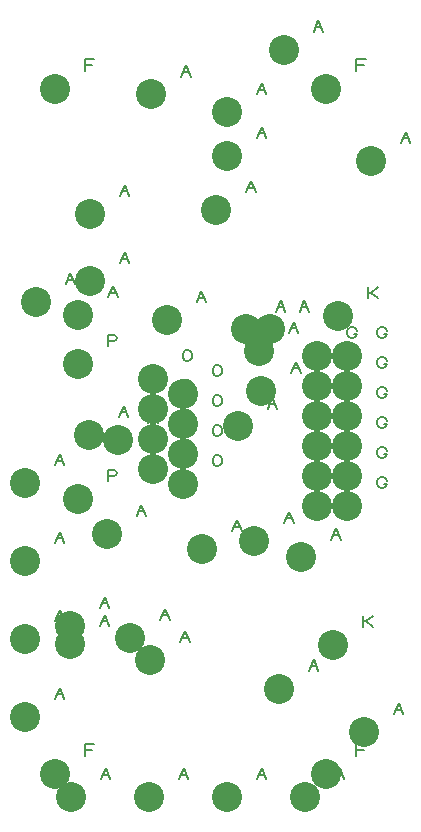
<source format=gbr>
G04 DesignSpark PCB PRO Gerber Version 10.0 Build 5299*
G04 #@! TF.Part,Single*
G04 #@! TF.FileFunction,Drillmap*
G04 #@! TF.FilePolarity,Positive*
%FSLAX36Y36*%
%MOIN*%
%ADD17C,0.00500*%
G04 #@! TA.AperFunction,ViaPad*
%ADD16C,0.10000*%
G04 #@! TD.AperFunction*
X0Y0D02*
D02*
D16*
X181102Y429134D03*
Y688976D03*
Y948819D03*
Y1208661D03*
X216535Y1811024D03*
X279528Y240157D03*
Y2523622D03*
X330709Y673228D03*
Y732283D03*
X334646Y161417D03*
X356299Y1155079D03*
Y1605157D03*
X358268Y1767717D03*
X393701Y1370079D03*
X397638Y1881890D03*
Y2106299D03*
X452756Y1039370D03*
X492126Y1350394D03*
X531496Y692913D03*
X594488Y161417D03*
X598425Y618110D03*
X602362Y2503937D03*
X606299Y1255118D03*
Y1355118D03*
Y1455118D03*
Y1555118D03*
X653543Y1751969D03*
X706299Y1205118D03*
Y1305118D03*
Y1405118D03*
Y1505118D03*
X771654Y988189D03*
X818898Y2118110D03*
X854331Y161417D03*
Y2299213D03*
Y2444882D03*
X889764Y1397205D03*
X917323Y1720472D03*
X944882Y1015748D03*
X960630Y1649606D03*
X968504Y1515748D03*
X996063Y1720472D03*
X1027559Y523622D03*
X1043307Y2653543D03*
X1102362Y960630D03*
X1114173Y161417D03*
X1155906Y1131890D03*
Y1231890D03*
Y1331890D03*
Y1431890D03*
Y1531890D03*
Y1631890D03*
X1185039Y240157D03*
Y2523622D03*
X1208661Y669291D03*
X1225787Y1765157D03*
X1255906Y1131890D03*
Y1231890D03*
Y1331890D03*
Y1431890D03*
Y1531890D03*
Y1631890D03*
X1311024Y377953D03*
X1334646Y2283465D03*
D02*
D17*
X281102Y488508D02*
X296728Y526008D01*
X312354Y488508D01*
X287354Y504134D02*
X306102D01*
X281102Y748350D02*
X296728Y785850D01*
X312354Y748350D01*
X287354Y763976D02*
X306102D01*
X281102Y1008193D02*
X296728Y1045693D01*
X312354Y1008193D01*
X287354Y1023819D02*
X306102D01*
X281102Y1268035D02*
X296728Y1305535D01*
X312354Y1268035D01*
X287354Y1283661D02*
X306102D01*
X316535Y1870398D02*
X332161Y1907898D01*
X347787Y1870398D01*
X322787Y1886024D02*
X341535D01*
X379528Y299531D02*
Y337031D01*
X410780D01*
X404528Y318283D02*
X379528D01*
Y2582996D02*
Y2620496D01*
X410780D01*
X404528Y2601748D02*
X379528D01*
X430709Y732602D02*
X446335Y770102D01*
X461961Y732602D01*
X436961Y748228D02*
X455709D01*
X430709Y791657D02*
X446335Y829157D01*
X461961Y791657D01*
X436961Y807283D02*
X455709D01*
X434646Y220791D02*
X450272Y258291D01*
X465898Y220791D01*
X440898Y236417D02*
X459646D01*
X456299Y1214453D02*
Y1251953D01*
X478173D01*
X484425Y1248831D01*
X487551Y1242579D01*
X484425Y1236331D01*
X478173Y1233205D01*
X456299D01*
Y1664531D02*
Y1702031D01*
X478173D01*
X484425Y1698909D01*
X487551Y1692657D01*
X484425Y1686409D01*
X478173Y1683283D01*
X456299D01*
X458268Y1827091D02*
X473894Y1864591D01*
X489520Y1827091D01*
X464520Y1842717D02*
X483268D01*
X493701Y1429453D02*
X509327Y1466953D01*
X524953Y1429453D01*
X499953Y1445079D02*
X518701D01*
X497638Y1941264D02*
X513264Y1978764D01*
X528890Y1941264D01*
X503890Y1956890D02*
X522638D01*
X497638Y2165673D02*
X513264Y2203173D01*
X528890Y2165673D01*
X503890Y2181299D02*
X522638D01*
X552756Y1098744D02*
X568382Y1136244D01*
X584008Y1098744D01*
X559008Y1114370D02*
X577756D01*
X592126Y1409768D02*
X607752Y1447268D01*
X623378Y1409768D01*
X598378Y1425394D02*
X617126D01*
X631496Y752287D02*
X647122Y789787D01*
X662748Y752287D01*
X637748Y767913D02*
X656496D01*
X694488Y220791D02*
X710114Y258291D01*
X725740Y220791D01*
X700740Y236417D02*
X719488D01*
X698425Y677484D02*
X714051Y714984D01*
X729677Y677484D01*
X704677Y693110D02*
X723425D01*
X702362Y2563311D02*
X717988Y2600811D01*
X733614Y2563311D01*
X708614Y2578937D02*
X727362D01*
X706299Y1326992D02*
Y1339492D01*
X709425Y1345744D01*
X712551Y1348870D01*
X718799Y1351992D01*
X725051D01*
X731299Y1348870D01*
X734425Y1345744D01*
X737551Y1339492D01*
Y1326992D01*
X734425Y1320744D01*
X731299Y1317618D01*
X725051Y1314492D01*
X718799D01*
X712551Y1317618D01*
X709425Y1320744D01*
X706299Y1326992D01*
Y1426992D02*
Y1439492D01*
X709425Y1445744D01*
X712551Y1448870D01*
X718799Y1451992D01*
X725051D01*
X731299Y1448870D01*
X734425Y1445744D01*
X737551Y1439492D01*
Y1426992D01*
X734425Y1420744D01*
X731299Y1417618D01*
X725051Y1414492D01*
X718799D01*
X712551Y1417618D01*
X709425Y1420744D01*
X706299Y1426992D01*
Y1526992D02*
Y1539492D01*
X709425Y1545744D01*
X712551Y1548870D01*
X718799Y1551992D01*
X725051D01*
X731299Y1548870D01*
X734425Y1545744D01*
X737551Y1539492D01*
Y1526992D01*
X734425Y1520744D01*
X731299Y1517618D01*
X725051Y1514492D01*
X718799D01*
X712551Y1517618D01*
X709425Y1520744D01*
X706299Y1526992D01*
Y1626992D02*
Y1639492D01*
X709425Y1645744D01*
X712551Y1648870D01*
X718799Y1651992D01*
X725051D01*
X731299Y1648870D01*
X734425Y1645744D01*
X737551Y1639492D01*
Y1626992D01*
X734425Y1620744D01*
X731299Y1617618D01*
X725051Y1614492D01*
X718799D01*
X712551Y1617618D01*
X709425Y1620744D01*
X706299Y1626992D01*
X753543Y1811343D02*
X769169Y1848843D01*
X784795Y1811343D01*
X759795Y1826969D02*
X778543D01*
X806299Y1276992D02*
Y1289492D01*
X809425Y1295744D01*
X812551Y1298870D01*
X818799Y1301992D01*
X825051D01*
X831299Y1298870D01*
X834425Y1295744D01*
X837551Y1289492D01*
Y1276992D01*
X834425Y1270744D01*
X831299Y1267618D01*
X825051Y1264492D01*
X818799D01*
X812551Y1267618D01*
X809425Y1270744D01*
X806299Y1276992D01*
Y1376992D02*
Y1389492D01*
X809425Y1395744D01*
X812551Y1398870D01*
X818799Y1401992D01*
X825051D01*
X831299Y1398870D01*
X834425Y1395744D01*
X837551Y1389492D01*
Y1376992D01*
X834425Y1370744D01*
X831299Y1367618D01*
X825051Y1364492D01*
X818799D01*
X812551Y1367618D01*
X809425Y1370744D01*
X806299Y1376992D01*
Y1476992D02*
Y1489492D01*
X809425Y1495744D01*
X812551Y1498870D01*
X818799Y1501992D01*
X825051D01*
X831299Y1498870D01*
X834425Y1495744D01*
X837551Y1489492D01*
Y1476992D01*
X834425Y1470744D01*
X831299Y1467618D01*
X825051Y1464492D01*
X818799D01*
X812551Y1467618D01*
X809425Y1470744D01*
X806299Y1476992D01*
Y1576992D02*
Y1589492D01*
X809425Y1595744D01*
X812551Y1598870D01*
X818799Y1601992D01*
X825051D01*
X831299Y1598870D01*
X834425Y1595744D01*
X837551Y1589492D01*
Y1576992D01*
X834425Y1570744D01*
X831299Y1567618D01*
X825051Y1564492D01*
X818799D01*
X812551Y1567618D01*
X809425Y1570744D01*
X806299Y1576992D01*
X871654Y1047563D02*
X887280Y1085063D01*
X902906Y1047563D01*
X877906Y1063189D02*
X896654D01*
X918898Y2177484D02*
X934524Y2214984D01*
X950150Y2177484D01*
X925150Y2193110D02*
X943898D01*
X954331Y220791D02*
X969957Y258291D01*
X985583Y220791D01*
X960583Y236417D02*
X979331D01*
X954331Y2358587D02*
X969957Y2396087D01*
X985583Y2358587D01*
X960583Y2374213D02*
X979331D01*
X954331Y2504256D02*
X969957Y2541756D01*
X985583Y2504256D01*
X960583Y2519882D02*
X979331D01*
X989764Y1456579D02*
X1005390Y1494079D01*
X1021016Y1456579D01*
X996016Y1472205D02*
X1014764D01*
X1017323Y1779846D02*
X1032949Y1817346D01*
X1048575Y1779846D01*
X1023575Y1795472D02*
X1042323D01*
X1044882Y1075122D02*
X1060508Y1112622D01*
X1076134Y1075122D01*
X1051134Y1090748D02*
X1069882D01*
X1060630Y1708980D02*
X1076256Y1746480D01*
X1091882Y1708980D01*
X1066882Y1724606D02*
X1085630D01*
X1068504Y1575122D02*
X1084130Y1612622D01*
X1099756Y1575122D01*
X1074756Y1590748D02*
X1093504D01*
X1096063Y1779846D02*
X1111689Y1817346D01*
X1127315Y1779846D01*
X1102315Y1795472D02*
X1121063D01*
X1127559Y582996D02*
X1143185Y620496D01*
X1158811Y582996D01*
X1133811Y598622D02*
X1152559D01*
X1143307Y2712917D02*
X1158933Y2750417D01*
X1174559Y2712917D01*
X1149559Y2728543D02*
X1168307D01*
X1202362Y1020004D02*
X1217988Y1057504D01*
X1233614Y1020004D01*
X1208614Y1035630D02*
X1227362D01*
X1214173Y220791D02*
X1229799Y258291D01*
X1245425Y220791D01*
X1220425Y236417D02*
X1239173D01*
X1277780Y1206890D02*
X1287157D01*
Y1203764D01*
X1284031Y1197516D01*
X1280906Y1194390D01*
X1274657Y1191264D01*
X1268406D01*
X1262157Y1194390D01*
X1259031Y1197516D01*
X1255906Y1203764D01*
Y1216264D01*
X1259031Y1222516D01*
X1262157Y1225642D01*
X1268406Y1228764D01*
X1274657D01*
X1280906Y1225642D01*
X1284031Y1222516D01*
X1287157Y1216264D01*
X1277780Y1306890D02*
X1287157D01*
Y1303764D01*
X1284031Y1297516D01*
X1280906Y1294390D01*
X1274657Y1291264D01*
X1268406D01*
X1262157Y1294390D01*
X1259031Y1297516D01*
X1255906Y1303764D01*
Y1316264D01*
X1259031Y1322516D01*
X1262157Y1325642D01*
X1268406Y1328764D01*
X1274657D01*
X1280906Y1325642D01*
X1284031Y1322516D01*
X1287157Y1316264D01*
X1277780Y1406890D02*
X1287157D01*
Y1403764D01*
X1284031Y1397516D01*
X1280906Y1394390D01*
X1274657Y1391264D01*
X1268406D01*
X1262157Y1394390D01*
X1259031Y1397516D01*
X1255906Y1403764D01*
Y1416264D01*
X1259031Y1422516D01*
X1262157Y1425642D01*
X1268406Y1428764D01*
X1274657D01*
X1280906Y1425642D01*
X1284031Y1422516D01*
X1287157Y1416264D01*
X1277780Y1506890D02*
X1287157D01*
Y1503764D01*
X1284031Y1497516D01*
X1280906Y1494390D01*
X1274657Y1491264D01*
X1268406D01*
X1262157Y1494390D01*
X1259031Y1497516D01*
X1255906Y1503764D01*
Y1516264D01*
X1259031Y1522516D01*
X1262157Y1525642D01*
X1268406Y1528764D01*
X1274657D01*
X1280906Y1525642D01*
X1284031Y1522516D01*
X1287157Y1516264D01*
X1277780Y1606890D02*
X1287157D01*
Y1603764D01*
X1284031Y1597516D01*
X1280906Y1594390D01*
X1274657Y1591264D01*
X1268406D01*
X1262157Y1594390D01*
X1259031Y1597516D01*
X1255906Y1603764D01*
Y1616264D01*
X1259031Y1622516D01*
X1262157Y1625642D01*
X1268406Y1628764D01*
X1274657D01*
X1280906Y1625642D01*
X1284031Y1622516D01*
X1287157Y1616264D01*
X1277780Y1706890D02*
X1287157D01*
Y1703764D01*
X1284031Y1697516D01*
X1280906Y1694390D01*
X1274657Y1691264D01*
X1268406D01*
X1262157Y1694390D01*
X1259031Y1697516D01*
X1255906Y1703764D01*
Y1716264D01*
X1259031Y1722516D01*
X1262157Y1725642D01*
X1268406Y1728764D01*
X1274657D01*
X1280906Y1725642D01*
X1284031Y1722516D01*
X1287157Y1716264D01*
X1285039Y299531D02*
Y337031D01*
X1316291D01*
X1310039Y318283D02*
X1285039D01*
Y2582996D02*
Y2620496D01*
X1316291D01*
X1310039Y2601748D02*
X1285039D01*
X1308661Y728665D02*
Y766165D01*
Y747417D02*
X1318035D01*
X1339913Y766165D01*
X1318035Y747417D02*
X1339913Y728665D01*
X1325787Y1824531D02*
Y1862031D01*
Y1843283D02*
X1335161D01*
X1357039Y1862031D01*
X1335161Y1843283D02*
X1357039Y1824531D01*
X1377780Y1206890D02*
X1387157D01*
Y1203764D01*
X1384031Y1197516D01*
X1380906Y1194390D01*
X1374657Y1191264D01*
X1368406D01*
X1362157Y1194390D01*
X1359031Y1197516D01*
X1355906Y1203764D01*
Y1216264D01*
X1359031Y1222516D01*
X1362157Y1225642D01*
X1368406Y1228764D01*
X1374657D01*
X1380906Y1225642D01*
X1384031Y1222516D01*
X1387157Y1216264D01*
X1377780Y1306890D02*
X1387157D01*
Y1303764D01*
X1384031Y1297516D01*
X1380906Y1294390D01*
X1374657Y1291264D01*
X1368406D01*
X1362157Y1294390D01*
X1359031Y1297516D01*
X1355906Y1303764D01*
Y1316264D01*
X1359031Y1322516D01*
X1362157Y1325642D01*
X1368406Y1328764D01*
X1374657D01*
X1380906Y1325642D01*
X1384031Y1322516D01*
X1387157Y1316264D01*
X1377780Y1406890D02*
X1387157D01*
Y1403764D01*
X1384031Y1397516D01*
X1380906Y1394390D01*
X1374657Y1391264D01*
X1368406D01*
X1362157Y1394390D01*
X1359031Y1397516D01*
X1355906Y1403764D01*
Y1416264D01*
X1359031Y1422516D01*
X1362157Y1425642D01*
X1368406Y1428764D01*
X1374657D01*
X1380906Y1425642D01*
X1384031Y1422516D01*
X1387157Y1416264D01*
X1377780Y1506890D02*
X1387157D01*
Y1503764D01*
X1384031Y1497516D01*
X1380906Y1494390D01*
X1374657Y1491264D01*
X1368406D01*
X1362157Y1494390D01*
X1359031Y1497516D01*
X1355906Y1503764D01*
Y1516264D01*
X1359031Y1522516D01*
X1362157Y1525642D01*
X1368406Y1528764D01*
X1374657D01*
X1380906Y1525642D01*
X1384031Y1522516D01*
X1387157Y1516264D01*
X1377780Y1606890D02*
X1387157D01*
Y1603764D01*
X1384031Y1597516D01*
X1380906Y1594390D01*
X1374657Y1591264D01*
X1368406D01*
X1362157Y1594390D01*
X1359031Y1597516D01*
X1355906Y1603764D01*
Y1616264D01*
X1359031Y1622516D01*
X1362157Y1625642D01*
X1368406Y1628764D01*
X1374657D01*
X1380906Y1625642D01*
X1384031Y1622516D01*
X1387157Y1616264D01*
X1377780Y1706890D02*
X1387157D01*
Y1703764D01*
X1384031Y1697516D01*
X1380906Y1694390D01*
X1374657Y1691264D01*
X1368406D01*
X1362157Y1694390D01*
X1359031Y1697516D01*
X1355906Y1703764D01*
Y1716264D01*
X1359031Y1722516D01*
X1362157Y1725642D01*
X1368406Y1728764D01*
X1374657D01*
X1380906Y1725642D01*
X1384031Y1722516D01*
X1387157Y1716264D01*
X1411024Y437327D02*
X1426650Y474827D01*
X1442276Y437327D01*
X1417276Y452953D02*
X1436024D01*
X1434646Y2342839D02*
X1450272Y2380339D01*
X1465898Y2342839D01*
X1440898Y2358465D02*
X1459646D01*
X0Y0D02*
M02*

</source>
